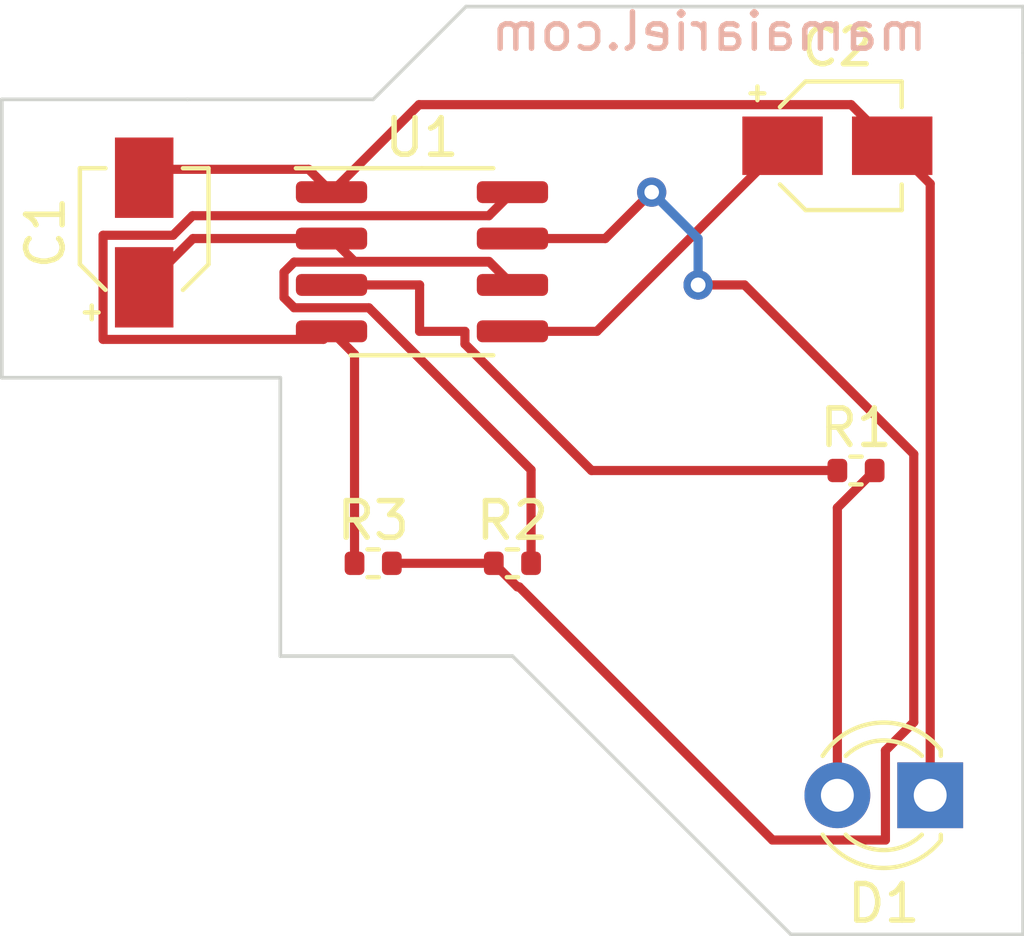
<source format=kicad_pcb>
(kicad_pcb (version 20221018) (generator pcbnew)
  (layers (0 "F.Cu" signal) (31 "B.Cu" signal) (34 "B.Paste" user) (35 "F.Paste" user) (36 "B.SilkS" user "B.Silkscreen") (37 "F.SilkS" user "F.Silkscreen") (38 "B.Mask" user) (39 "F.Mask" user) (44 "Edge.Cuts" user))
  (net 0 "")
  (net 1 "Net-(U1-THR)")
  (net 2 "GND")
  (net 3 "Net-(U1-CV)")
  (net 4 "Net-(D1-A)")
  (net 5 "Net-(U1-Q)")
  (net 6 "Net-(U1-DIS)")
  (net 7 "Net-(U1-R)")
  (footprint "LED_THT:LED_D3.0mm" (layer "F.Cu") (at 168.91 118.11 180)
    (fp_text reference "D1" (at 1.27 -2.96) (layer "F.SilkS"))
    (fp_text value "LED")
    (fp_line (start -0.29 -1.236) (end -0.29 -1.08) (stroke (width 0.12)) (layer "F.SilkS"))
    (fp_line (start -0.29 1.08) (end -0.29 1.236) (stroke (width 0.12)) (layer "F.SilkS"))
    (fp_arc (start -0.29 -1.235516) (mid 1.366487 -1.987659) (end 2.942335 -1.078608) (stroke (width 0.12)) (layer "F.SilkS"))
    (fp_arc (start 0.229039 -1.08) (mid 1.270117 -1.5) (end 2.31113 -1.079837) (stroke (width 0.12)) (layer "F.SilkS"))
    (fp_arc (start 2.31113 1.079837) (mid 1.270117 1.5) (end 0.229039 1.08) (stroke (width 0.12)) (layer "F.SilkS"))
    (fp_arc (start 2.942335 1.078608) (mid 1.366487 1.987659) (end -0.29 1.235516) (stroke (width 0.12)) (layer "F.SilkS"))
    (pad "1" thru_hole rect (at 0 0 180) (size 1.8 1.8) (drill 0.9) (layers "*.Cu" "*.Mask") (net 2 "GND"))
    (pad "2" thru_hole circle (at 2.54 0 180) (size 1.8 1.8) (drill 0.9) (layers "*.Cu" "*.Mask") (net 4 "Net-(D1-A)"))
  )
  (footprint "Capacitor_SMD:CP_Elec_3x5.3" (layer "F.Cu") (at 147.405 102.705 90)
    (fp_text reference "C1" (at 0 -2.7 90) (layer "F.SilkS"))
    (fp_text value "1.5n")
    (fp_line (start -2.375 -1.435) (end -2 -1.435) (stroke (width 0.12)) (layer "F.SilkS"))
    (fp_line (start -2.1875 -1.6225) (end -2.1875 -1.2475) (stroke (width 0.12)) (layer "F.SilkS"))
    (fp_line (start -1.570563 -1.06) (end -0.870563 -1.76) (stroke (width 0.12)) (layer "F.SilkS"))
    (fp_line (start -1.570563 1.06) (end -0.870563 1.76) (stroke (width 0.12)) (layer "F.SilkS"))
    (fp_line (start -0.870563 -1.76) (end 1.76 -1.76) (stroke (width 0.12)) (layer "F.SilkS"))
    (fp_line (start -0.870563 1.76) (end 1.76 1.76) (stroke (width 0.12)) (layer "F.SilkS"))
    (fp_line (start 1.76 -1.76) (end 1.76 -1.06) (stroke (width 0.12)) (layer "F.SilkS"))
    (fp_line (start 1.76 1.76) (end 1.76 1.06) (stroke (width 0.12)) (layer "F.SilkS"))
    (pad "1" smd rect (at -1.5 0 90) (size 2.2 1.6) (layers "F.Cu" "F.Paste" "F.Mask") (net 1 "Net-(U1-THR)"))
    (pad "2" smd rect (at 1.5 0 90) (size 2.2 1.6) (layers "F.Cu" "F.Paste" "F.Mask") (net 2 "GND"))
  )
  (footprint "Resistor_SMD:R_0402_1005Metric" (layer "F.Cu") (at 166.88 109.22)
    (fp_text reference "R1" (at 0 -1.17) (layer "F.SilkS"))
    (fp_text value "R")
    (fp_line (start -0.153641 -0.38) (end 0.153641 -0.38) (stroke (width 0.12)) (layer "F.SilkS"))
    (fp_line (start -0.153641 0.38) (end 0.153641 0.38) (stroke (width 0.12)) (layer "F.SilkS"))
    (pad "1" smd roundrect (at -0.51 0) (size 0.54 0.64) (layers "F.Cu" "F.Paste" "F.Mask") (net 5 "Net-(U1-Q)"))
    (pad "2" smd roundrect (at 0.51 0) (size 0.54 0.64) (layers "F.Cu" "F.Paste" "F.Mask") (net 4 "Net-(D1-A)"))
  )
  (footprint "Capacitor_SMD:CP_Elec_3x5.3" (layer "F.Cu") (at 166.37 100.33)
    (fp_text reference "C2" (at 0 -2.7) (layer "F.SilkS"))
    (fp_text value "0.01u")
    (fp_line (start -2.375 -1.435) (end -2 -1.435) (stroke (width 0.12)) (layer "F.SilkS"))
    (fp_line (start -2.1875 -1.6225) (end -2.1875 -1.2475) (stroke (width 0.12)) (layer "F.SilkS"))
    (fp_line (start -1.570563 -1.06) (end -0.870563 -1.76) (stroke (width 0.12)) (layer "F.SilkS"))
    (fp_line (start -1.570563 1.06) (end -0.870563 1.76) (stroke (width 0.12)) (layer "F.SilkS"))
    (fp_line (start -0.870563 -1.76) (end 1.76 -1.76) (stroke (width 0.12)) (layer "F.SilkS"))
    (fp_line (start -0.870563 1.76) (end 1.76 1.76) (stroke (width 0.12)) (layer "F.SilkS"))
    (fp_line (start 1.76 -1.76) (end 1.76 -1.06) (stroke (width 0.12)) (layer "F.SilkS"))
    (fp_line (start 1.76 1.76) (end 1.76 1.06) (stroke (width 0.12)) (layer "F.SilkS"))
    (pad "1" smd rect (at -1.5 0) (size 2.2 1.6) (layers "F.Cu" "F.Paste" "F.Mask") (net 3 "Net-(U1-CV)"))
    (pad "2" smd rect (at 1.5 0) (size 2.2 1.6) (layers "F.Cu" "F.Paste" "F.Mask") (net 2 "GND"))
  )
  (footprint "Resistor_SMD:R_0402_1005Metric" (layer "F.Cu") (at 157.48 111.76)
    (fp_text reference "R2" (at 0 -1.17) (layer "F.SilkS"))
    (fp_text value "R")
    (fp_line (start -0.153641 -0.38) (end 0.153641 -0.38) (stroke (width 0.12)) (layer "F.SilkS"))
    (fp_line (start -0.153641 0.38) (end 0.153641 0.38) (stroke (width 0.12)) (layer "F.SilkS"))
    (pad "1" smd roundrect (at -0.51 0) (size 0.54 0.64) (layers "F.Cu" "F.Paste" "F.Mask") (net 6 "Net-(U1-DIS)"))
    (pad "2" smd roundrect (at 0.51 0) (size 0.54 0.64) (layers "F.Cu" "F.Paste" "F.Mask") (net 1 "Net-(U1-THR)"))
  )
  (footprint "Resistor_SMD:R_0402_1005Metric" (layer "F.Cu") (at 153.67 111.76)
    (fp_text reference "R3" (at 0 -1.17) (layer "F.SilkS"))
    (fp_text value "R")
    (fp_line (start -0.153641 -0.38) (end 0.153641 -0.38) (stroke (width 0.12)) (layer "F.SilkS"))
    (fp_line (start -0.153641 0.38) (end 0.153641 0.38) (stroke (width 0.12)) (layer "F.SilkS"))
    (pad "1" smd roundrect (at -0.51 0) (size 0.54 0.64) (layers "F.Cu" "F.Paste" "F.Mask") (net 7 "Net-(U1-R)"))
    (pad "2" smd roundrect (at 0.51 0) (size 0.54 0.64) (layers "F.Cu" "F.Paste" "F.Mask") (net 6 "Net-(U1-DIS)"))
  )
  (footprint "Package_SO:SOIC-8_3.9x4.9mm_P1.27mm" (layer "F.Cu") (at 155.005 103.505)
    (fp_text reference "U1" (at 0 -3.4) (layer "F.SilkS"))
    (fp_text value "NE555D")
    (fp_line (start 0 -2.56) (end -3.45 -2.56) (stroke (width 0.12)) (layer "F.SilkS"))
    (fp_line (start 0 -2.56) (end 1.95 -2.56) (stroke (width 0.12)) (layer "F.SilkS"))
    (fp_line (start 0 2.56) (end -1.95 2.56) (stroke (width 0.12)) (layer "F.SilkS"))
    (fp_line (start 0 2.56) (end 1.95 2.56) (stroke (width 0.12)) (layer "F.SilkS"))
    (pad "1" smd roundrect (at -2.475 -1.905) (size 1.95 0.6) (layers "F.Cu" "F.Paste" "F.Mask") (net 2 "GND"))
    (pad "2" smd roundrect (at -2.475 -0.635) (size 1.95 0.6) (layers "F.Cu" "F.Paste" "F.Mask") (net 1 "Net-(U1-THR)"))
    (pad "3" smd roundrect (at -2.475 0.635) (size 1.95 0.6) (layers "F.Cu" "F.Paste" "F.Mask") (net 5 "Net-(U1-Q)"))
    (pad "4" smd roundrect (at -2.475 1.905) (size 1.95 0.6) (layers "F.Cu" "F.Paste" "F.Mask") (net 7 "Net-(U1-R)"))
    (pad "5" smd roundrect (at 2.475 1.905) (size 1.95 0.6) (layers "F.Cu" "F.Paste" "F.Mask") (net 3 "Net-(U1-CV)"))
    (pad "6" smd roundrect (at 2.475 0.635) (size 1.95 0.6) (layers "F.Cu" "F.Paste" "F.Mask") (net 1 "Net-(U1-THR)"))
    (pad "7" smd roundrect (at 2.475 -0.635) (size 1.95 0.6) (layers "F.Cu" "F.Paste" "F.Mask") (net 6 "Net-(U1-DIS)"))
    (pad "8" smd roundrect (at 2.475 -1.905) (size 1.95 0.6) (layers "F.Cu" "F.Paste" "F.Mask") (net 7 "Net-(U1-R)"))
  )
  (gr_line (start 151.13 114.3) (end 157.48 114.3) (stroke (width 0.1)) (layer "Edge.Cuts"))
  (gr_line (start 171.45 121.92) (end 171.45 97.79) (stroke (width 0.1)) (layer "Edge.Cuts"))
  (gr_line (start 153.67 99.06) (end 156.21 96.52) (stroke (width 0.1)) (layer "Edge.Cuts"))
  (gr_line (start 157.48 114.3) (end 165.1 121.92) (stroke (width 0.1)) (layer "Edge.Cuts"))
  (gr_line (start 148.59 99.06) (end 153.67 99.06) (stroke (width 0.1)) (layer "Edge.Cuts"))
  (gr_line (start 143.51 99.06) (end 148.59 99.06) (stroke (width 0.1)) (layer "Edge.Cuts"))
  (gr_line (start 151.13 106.68) (end 151.13 114.3) (stroke (width 0.1)) (layer "Edge.Cuts"))
  (gr_line (start 143.51 99.06) (end 143.51 106.68) (stroke (width 0.1)) (layer "Edge.Cuts"))
  (gr_line (start 143.51 106.68) (end 151.13 106.68) (stroke (width 0.1)) (layer "Edge.Cuts"))
  (gr_line (start 165.1 121.92) (end 171.45 121.92) (stroke (width 0.1)) (layer "Edge.Cuts"))
  (gr_line (start 156.21 96.52) (end 171.45 96.52) (stroke (width 0.1)) (layer "Edge.Cuts"))
  (gr_line (start 171.45 96.52) (end 171.45 97.79) (stroke (width 0.1)) (layer "Edge.Cuts"))
  (gr_text "mamaiariel.com" (at 168.91 97.79) (layer "B.SilkS") (effects (font (size 1 1)) (justify left bottom mirror)))
  (segment (start 151.508249 104.765) (end 151.23 104.486751) (width 0.25) (layer "F.Cu") (net 1))
  (segment (start 148.74 102.87) (end 152.53 102.87) (width 0.25) (layer "F.Cu") (net 1))
  (segment (start 151.23 104.486751) (end 151.23 103.793249) (width 0.25) (layer "F.Cu") (net 1))
  (segment (start 151.23 103.793249) (end 151.508249 103.515) (width 0.25) (layer "F.Cu") (net 1))
  (segment (start 147.405 104.205) (end 148.74 102.87) (width 0.25) (layer "F.Cu") (net 1))
  (segment (start 156.855 103.515) (end 157.48 104.14) (width 0.25) (layer "F.Cu") (net 1))
  (segment (start 151.508249 103.515) (end 156.855 103.515) (width 0.25) (layer "F.Cu") (net 1))
  (segment (start 152.53 102.87) (end 153.155 103.495) (width 0.25) (layer "F.Cu") (net 1))
  (segment (start 156.835 103.495) (end 157.48 104.14) (width 0.25) (layer "F.Cu") (net 1))
  (segment (start 157.99 111.76) (end 157.99 109.203249) (width 0.25) (layer "F.Cu") (net 1))
  (segment (start 157.99 109.203249) (end 153.551751 104.765) (width 0.25) (layer "F.Cu") (net 1))
  (segment (start 153.155 103.495) (end 156.835 103.495) (width 0.25) (layer "F.Cu") (net 1))
  (segment (start 153.551751 104.765) (end 151.508249 104.765) (width 0.25) (layer "F.Cu") (net 1))
  (segment (start 147.635 100.975) (end 151.905 100.975) (width 0.25) (layer "F.Cu") (net 2))
  (segment (start 147.405 101.205) (end 147.635 100.975) (width 0.25) (layer "F.Cu") (net 2))
  (segment (start 152.53 101.6) (end 154.925 99.205) (width 0.25) (layer "F.Cu") (net 2))
  (segment (start 154.925 99.205) (end 166.745 99.205) (width 0.25) (layer "F.Cu") (net 2))
  (segment (start 151.905 100.975) (end 152.53 101.6) (width 0.25) (layer "F.Cu") (net 2))
  (segment (start 168.91 101.37) (end 168.91 118.11) (width 0.25) (layer "F.Cu") (net 2))
  (segment (start 167.87 100.33) (end 168.91 101.37) (width 0.25) (layer "F.Cu") (net 2))
  (segment (start 166.745 99.205) (end 167.87 100.33) (width 0.25) (layer "F.Cu") (net 2))
  (segment (start 157.48 105.41) (end 159.79 105.41) (width 0.25) (layer "F.Cu") (net 3))
  (segment (start 159.79 105.41) (end 164.87 100.33) (width 0.25) (layer "F.Cu") (net 3))
  (segment (start 167.39 109.22) (end 166.37 110.24) (width 0.25) (layer "F.Cu") (net 4))
  (segment (start 166.37 110.24) (end 166.37 118.11) (width 0.25) (layer "F.Cu") (net 4))
  (segment (start 156.18 105.756751) (end 159.643249 109.22) (width 0.25) (layer "F.Cu") (net 5))
  (segment (start 154.94 105.41) (end 156.18 105.41) (width 0.25) (layer "F.Cu") (net 5))
  (segment (start 154.94 104.14) (end 154.94 105.41) (width 0.25) (layer "F.Cu") (net 5))
  (segment (start 156.18 105.41) (end 156.18 105.756751) (width 0.25) (layer "F.Cu") (net 5))
  (segment (start 159.643249 109.22) (end 166.37 109.22) (width 0.25) (layer "F.Cu") (net 5))
  (segment (start 152.53 104.14) (end 154.94 104.14) (width 0.25) (layer "F.Cu") (net 5))
  (segment (start 163.83 104.14) (end 162.56 104.14) (width 0.25) (layer "F.Cu") (net 6))
  (segment (start 157.664462 112.405) (end 164.594462 119.335) (width 0.25) (layer "F.Cu") (net 6))
  (segment (start 154.18 111.76) (end 156.97 111.76) (width 0.25) (layer "F.Cu") (net 6))
  (segment (start 167.685 119.335) (end 167.685 116.885) (width 0.25) (layer "F.Cu") (net 6))
  (segment (start 157.615 112.405) (end 157.664462 112.405) (width 0.25) (layer "F.Cu") (net 6))
  (segment (start 167.685 116.885) (end 168.46 116.11) (width 0.25) (layer "F.Cu") (net 6))
  (segment (start 160.02 102.87) (end 157.48 102.87) (width 0.25) (layer "F.Cu") (net 6))
  (segment (start 168.46 116.11) (end 168.46 108.77) (width 0.25) (layer "F.Cu") (net 6))
  (segment (start 161.29 101.6) (end 160.02 102.87) (width 0.25) (layer "F.Cu") (net 6))
  (segment (start 156.97 111.76) (end 157.615 112.405) (width 0.25) (layer "F.Cu") (net 6))
  (segment (start 164.594462 119.335) (end 167.685 119.335) (width 0.25) (layer "F.Cu") (net 6))
  (segment (start 168.46 108.77) (end 163.83 104.14) (width 0.25) (layer "F.Cu") (net 6))
  (via (at 162.56 104.14) (size 0.8) (drill 0.4) (layers "F.Cu" "B.Cu") (net 6))
  (via (at 161.29 101.6) (size 0.8) (drill 0.4) (layers "F.Cu" "B.Cu") (net 6))
  (via (at 162.56 104.14) (size 0.8) (drill 0.4) (layers "F.Cu" "B.Cu") (net 6))
  (segment (start 162.56 102.87) (end 162.56 104.14) (width 0.25) (layer "B.Cu") (net 6))
  (segment (start 161.29 101.6) (end 162.56 102.87) (width 0.25) (layer "B.Cu") (net 6))
  (segment (start 153.16 106.04) (end 153.16 111.76) (width 0.25) (layer "F.Cu") (net 7))
  (segment (start 152.31 105.63) (end 152.53 105.41) (width 0.25) (layer "F.Cu") (net 7))
  (segment (start 148.728604 102.245) (end 148.193604 102.78) (width 0.25) (layer "F.Cu") (net 7))
  (segment (start 157.48 101.6) (end 156.835 102.245) (width 0.25) (layer "F.Cu") (net 7))
  (segment (start 156.835 102.245) (end 148.728604 102.245) (width 0.25) (layer "F.Cu") (net 7))
  (segment (start 146.28 102.78) (end 146.28 105.63) (width 0.25) (layer "F.Cu") (net 7))
  (segment (start 146.28 105.63) (end 152.31 105.63) (width 0.25) (layer "F.Cu") (net 7))
  (segment (start 152.53 105.41) (end 153.16 106.04) (width 0.25) (layer "F.Cu") (net 7))
  (segment (start 148.193604 102.78) (end 146.28 102.78) (width 0.25) (layer "F.Cu") (net 7))
)
</source>
